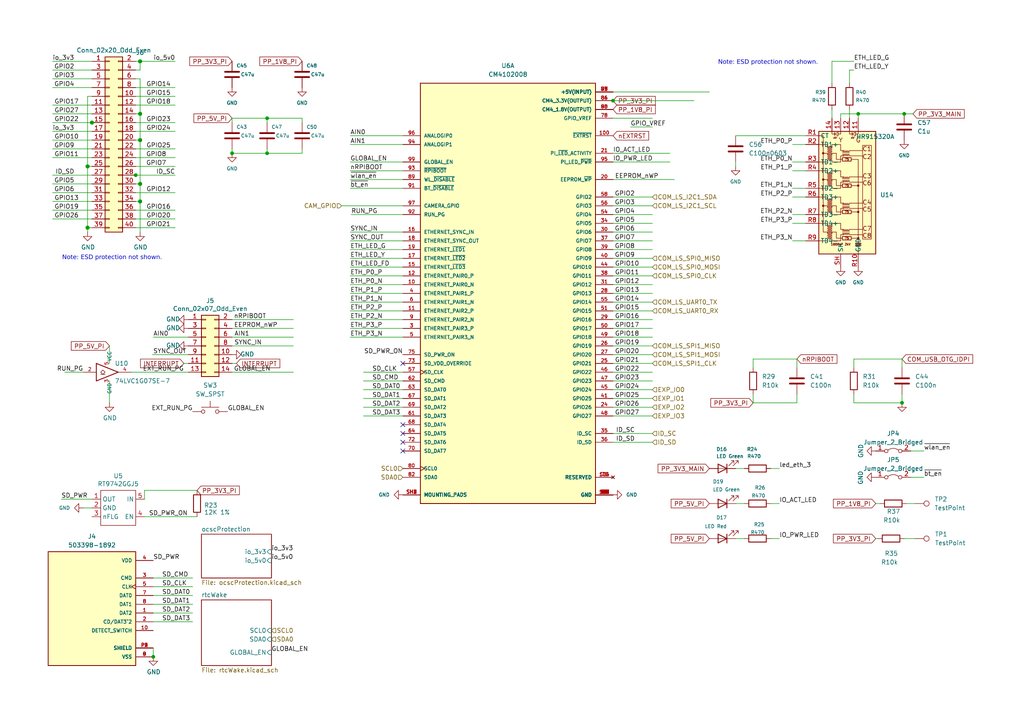
<source format=kicad_sch>
(kicad_sch (version 20231120) (generator "eeschema") (generator_version "8.0")
  (paper "A4")
  (title_block (title "CM4 LSI, Ethernet, Power") (date "2025-02-17") (rev "2.0") (comment 1 "Matthew Guo") (comment 2 "matthew@paisleymicro.com") (comment 3 "Matthew Guo") (comment 4 "matthew@paisleymicro.com") (comment 5 "Firefly-4") (comment 6 "PAISLEY-FC-4") (comment 7 "2025") (comment 8 "Firefly Automation Controller for RPi CM4"))
  (junction (at 39.37 50.8))
  (junction (at 26.67 35.56) (diameter 1.016))
  (junction (at 248.92 33.02))
  (junction (at 177.8 29.21))
  (junction (at 262.255 33.02))
  (junction (at 25.4 48.26) (diameter 1.016))
  (junction (at 77.47 44.45))
  (junction (at 77.47 34.29))
  (junction (at 44.45 190.5))
  (junction (at 40.64 33.02) (diameter 1.016))
  (junction (at 67.31 44.45))
  (junction (at 261.62 116.84))
  (junction (at 40.64 58.42) (diameter 1.016))
  (junction (at 40.64 53.34) (diameter 1.016))
  (junction (at 40.64 17.78) (diameter 1.016))
  (junction (at 25.4 66.04) (diameter 1.016))
  (junction (at 40.64 40.64) (diameter 1.016))
  (no_connect (at 116.84 128.27))
  (no_connect (at 116.84 123.19))
  (no_connect (at 116.84 125.73))
  (no_connect (at 116.84 105.41))
  (no_connect (at 116.84 130.81))
  (wire (pts (xy 77.47 44.45) (xy 77.47 43.18)))
  (wire (pts (xy 177.8 113.03) (xy 189.23 113.03)))
  (wire (pts (xy 77.47 34.29) (xy 77.47 35.56)))
  (wire (pts (xy 229.87 64.77) (xy 233.68 64.77)))
  (wire (pts (xy 15.24 22.86) (xy 26.67 22.86)))
  (wire (pts (xy 40.64 17.78) (xy 50.8 17.78)))
  (wire (pts (xy 39.37 58.42) (xy 40.64 58.42)))
  (wire (pts (xy 226.06 156.21) (xy 223.52 156.21)))
  (wire (pts (xy 101.6 69.85) (xy 116.84 69.85)))
  (wire (pts (xy 229.87 41.91) (xy 233.68 41.91)))
  (wire (pts (xy 105.41 110.49) (xy 116.84 110.49)))
  (wire (pts (xy 262.255 33.02) (xy 264.795 33.02)))
  (wire (pts (xy 15.24 33.02) (xy 26.67 33.02)))
  (wire (pts (xy 213.36 135.89) (xy 215.9 135.89)))
  (wire (pts (xy 29.21 35.56) (xy 26.67 35.56)))
  (wire (pts (xy 15.24 17.78) (xy 26.67 17.78)))
  (wire (pts (xy 55.88 170.18) (xy 44.45 170.18)))
  (wire (pts (xy 215.9 146.05) (xy 213.36 146.05)))
  (wire (pts (xy 99.06 59.69) (xy 116.84 59.69)))
  (wire (pts (xy 44.45 97.79) (xy 54.61 97.79)))
  (wire (pts (xy 255.27 146.05) (xy 254 146.05)))
  (wire (pts (xy 40.64 33.02) (xy 40.64 40.64)))
  (wire (pts (xy 25.4 66.04) (xy 25.4 67.31)))
  (wire (pts (xy 101.6 85.09) (xy 116.84 85.09)))
  (wire (pts (xy 25.4 27.94) (xy 25.4 48.26)))
  (wire (pts (xy 15.24 63.5) (xy 26.67 63.5)))
  (wire (pts (xy 39.37 63.5) (xy 50.8 63.5)))
  (wire (pts (xy 246.38 31.75) (xy 246.38 34.29)))
  (wire (pts (xy 177.8 125.73) (xy 189.23 125.73)))
  (wire (pts (xy 25.4 48.26) (xy 25.4 66.04)))
  (wire (pts (xy 177.8 120.65) (xy 189.23 120.65)))
  (wire (pts (xy 254 156.21) (xy 254.635 156.21)))
  (wire (pts (xy 116.84 107.95) (xy 105.41 107.95)))
  (wire (pts (xy 40.64 53.34) (xy 40.64 40.64)))
  (wire (pts (xy 15.24 60.96) (xy 26.67 60.96)))
  (wire (pts (xy 223.52 135.89) (xy 226.06 135.89)))
  (wire (pts (xy 39.37 50.8) (xy 50.8 50.8)))
  (wire (pts (xy 67.31 95.25) (xy 85.09 95.25)))
  (wire (pts (xy 177.8 29.21) (xy 201.295 29.21)))
  (wire (pts (xy 67.31 100.33) (xy 85.09 100.33)))
  (wire (pts (xy 177.8 90.17) (xy 189.23 90.17)))
  (wire (pts (xy 177.165 29.21) (xy 177.8 29.21)))
  (wire (pts (xy 229.87 49.53) (xy 233.68 49.53)))
  (wire (pts (xy 101.6 46.99) (xy 116.84 46.99)))
  (wire (pts (xy 39.37 38.1) (xy 50.8 38.1)))
  (wire (pts (xy 247.65 17.78) (xy 241.3 17.78)))
  (wire (pts (xy 15.24 50.8) (xy 26.67 50.8)))
  (wire (pts (xy 218.44 104.14) (xy 218.44 106.68)))
  (wire (pts (xy 267.97 138.43) (xy 264.16 138.43)))
  (wire (pts (xy 177.8 74.93) (xy 189.23 74.93)))
  (wire (pts (xy 15.24 53.34) (xy 26.67 53.34)))
  (wire (pts (xy 177.8 118.11) (xy 189.23 118.11)))
  (wire (pts (xy 15.24 38.1) (xy 26.67 38.1)))
  (wire (pts (xy 177.8 34.29) (xy 189.23 34.29)))
  (wire (pts (xy 177.8 105.41) (xy 189.23 105.41)))
  (wire (pts (xy 15.24 55.88) (xy 26.67 55.88)))
  (wire (pts (xy 44.196 102.87) (xy 54.61 102.87)))
  (wire (pts (xy 248.92 33.02) (xy 262.255 33.02)))
  (wire (pts (xy 15.24 25.4) (xy 26.67 25.4)))
  (wire (pts (xy 101.854 62.23) (xy 116.84 62.23)))
  (wire (pts (xy 39.37 22.86) (xy 40.64 22.86)))
  (wire (pts (xy 177.8 26.67) (xy 205.74 26.67)))
  (wire (pts (xy 231.14 104.14) (xy 218.44 104.14)))
  (wire (pts (xy 101.6 97.79) (xy 116.84 97.79)))
  (wire (pts (xy 15.24 43.18) (xy 26.67 43.18)))
  (wire (pts (xy 39.37 25.4) (xy 50.8 25.4)))
  (wire (pts (xy 229.87 57.15) (xy 233.68 57.15)))
  (wire (pts (xy 40.64 40.64) (xy 39.37 40.64)))
  (wire (pts (xy 101.6 72.39) (xy 116.84 72.39)))
  (wire (pts (xy 39.37 43.18) (xy 50.8 43.18)))
  (wire (pts (xy 39.37 35.56) (xy 50.8 35.56)))
  (wire (pts (xy 40.64 20.32) (xy 40.64 17.78)))
  (wire (pts (xy 105.41 118.11) (xy 116.84 118.11)))
  (wire (pts (xy 39.37 60.96) (xy 50.8 60.96)))
  (wire (pts (xy 67.31 107.95) (xy 85.09 107.95)))
  (wire (pts (xy 25.4 66.04) (xy 26.67 66.04)))
  (wire (pts (xy 177.8 100.33) (xy 189.23 100.33)))
  (wire (pts (xy 101.6 41.91) (xy 116.84 41.91)))
  (wire (pts (xy 177.8 128.27) (xy 189.23 128.27)))
  (wire (pts (xy 177.8 97.79) (xy 189.23 97.79)))
  (wire (pts (xy 177.8 62.23) (xy 189.23 62.23)))
  (wire (pts (xy 241.3 31.75) (xy 241.3 34.29)))
  (wire (pts (xy 53.34 105.41) (xy 54.61 105.41)))
  (wire (pts (xy 177.8 69.85) (xy 189.23 69.85)))
  (wire (pts (xy 231.14 114.3) (xy 231.14 116.84)))
  (wire (pts (xy 41.91 142.24) (xy 57.15 142.24)))
  (wire (pts (xy 26.67 27.94) (xy 25.4 27.94)))
  (wire (pts (xy 67.31 44.45) (xy 77.47 44.45)))
  (wire (pts (xy 261.62 114.3) (xy 261.62 116.84)))
  (wire (pts (xy 67.31 92.71) (xy 85.09 92.71)))
  (wire (pts (xy 248.92 33.02) (xy 248.92 34.29)))
  (wire (pts (xy 40.64 58.42) (xy 40.64 67.31)))
  (wire (pts (xy 39.37 48.26) (xy 50.8 48.26)))
  (wire (pts (xy 38.1 107.95) (xy 54.61 107.95)))
  (wire (pts (xy 177.8 52.07) (xy 195.58 52.07)))
  (wire (pts (xy 231.14 116.84) (xy 218.44 116.84)))
  (wire (pts (xy 101.6 67.31) (xy 116.84 67.31)))
  (wire (pts (xy 177.8 67.31) (xy 189.23 67.31)))
  (wire (pts (xy 229.87 62.23) (xy 233.68 62.23)))
  (wire (pts (xy 39.37 66.04) (xy 50.8 66.04)))
  (wire (pts (xy 67.31 97.79) (xy 85.09 97.79)))
  (wire (pts (xy 247.65 104.14) (xy 261.62 104.14)))
  (wire (pts (xy 18.796 107.95) (xy 24.13 107.95)))
  (wire (pts (xy 101.6 87.63) (xy 116.84 87.63)))
  (wire (pts (xy 243.84 33.02) (xy 248.92 33.02)))
  (wire (pts (xy 101.6 39.37) (xy 116.84 39.37)))
  (wire (pts (xy 177.8 85.09) (xy 189.23 85.09)))
  (wire (pts (xy 213.36 48.26) (xy 213.36 46.99)))
  (wire (pts (xy 15.24 35.56) (xy 26.67 35.56)))
  (wire (pts (xy 26.67 144.78) (xy 17.78 144.78)))
  (wire (pts (xy 39.37 27.94) (xy 50.8 27.94)))
  (wire (pts (xy 77.47 44.45) (xy 87.63 44.45)))
  (wire (pts (xy 226.06 146.05) (xy 223.52 146.05)))
  (wire (pts (xy 177.8 92.71) (xy 189.23 92.71)))
  (wire (pts (xy 262.255 156.21) (xy 265.43 156.21)))
  (wire (pts (xy 87.63 44.45) (xy 87.63 43.18)))
  (wire (pts (xy 44.45 167.64) (xy 55.88 167.64)))
  (wire (pts (xy 67.31 105.41) (xy 68.58 105.41)))
  (wire (pts (xy 116.84 115.57) (xy 105.41 115.57)))
  (wire (pts (xy 218.44 114.3) (xy 218.44 116.84)))
  (wire (pts (xy 247.65 116.84) (xy 261.62 116.84)))
  (wire (pts (xy 44.45 177.8) (xy 55.88 177.8)))
  (wire (pts (xy 39.37 30.48) (xy 50.8 30.48)))
  (wire (pts (xy 267.97 130.81) (xy 264.16 130.81)))
  (wire (pts (xy 105.41 113.03) (xy 116.84 113.03)))
  (wire (pts (xy 229.87 46.99) (xy 233.68 46.99)))
  (wire (pts (xy 55.88 175.26) (xy 44.45 175.26)))
  (wire (pts (xy 77.47 34.29) (xy 87.63 34.29)))
  (wire (pts (xy 31.75 110.49) (xy 31.75 116.84)))
  (wire (pts (xy 39.37 53.34) (xy 40.64 53.34)))
  (wire (pts (xy 101.6 49.53) (xy 116.84 49.53)))
  (wire (pts (xy 247.65 104.14) (xy 247.65 106.68)))
  (wire (pts (xy 182.88 36.83) (xy 189.23 36.83)))
  (wire (pts (xy 15.24 30.48) (xy 26.67 30.48)))
  (wire (pts (xy 177.8 59.69) (xy 189.23 59.69)))
  (wire (pts (xy 177.8 57.15) (xy 189.23 57.15)))
  (wire (pts (xy 241.3 17.78) (xy 241.3 24.13)))
  (wire (pts (xy 177.8 77.47) (xy 189.23 77.47)))
  (wire (pts (xy 36.83 50.8) (xy 39.37 50.8)))
  (wire (pts (xy 177.8 87.63) (xy 189.23 87.63)))
  (wire (pts (xy 39.37 45.72) (xy 50.8 45.72)))
  (wire (pts (xy 213.36 39.37) (xy 233.68 39.37)))
  (wire (pts (xy 177.8 95.25) (xy 189.23 95.25)))
  (wire (pts (xy 177.8 110.49) (xy 189.23 110.49)))
  (wire (pts (xy 15.24 58.42) (xy 26.67 58.42)))
  (wire (pts (xy 243.84 34.29) (xy 243.84 33.02)))
  (wire (pts (xy 101.6 80.01) (xy 116.84 80.01)))
  (wire (pts (xy 55.88 180.34) (xy 44.45 180.34)))
  (wire (pts (xy 15.24 40.64) (xy 26.67 40.64)))
  (wire (pts (xy 177.8 44.45) (xy 194.31 44.45)))
  (wire (pts (xy 177.8 46.99) (xy 194.31 46.99)))
  (wire (pts (xy 101.6 92.71) (xy 116.84 92.71)))
  (wire (pts (xy 177.8 80.01) (xy 189.23 80.01)))
  (wire (pts (xy 261.62 104.14) (xy 261.62 106.68)))
  (wire (pts (xy 67.31 43.18) (xy 67.31 44.45)))
  (wire (pts (xy 39.37 17.78) (xy 40.64 17.78)))
  (wire (pts (xy 116.84 120.65) (xy 105.41 120.65)))
  (wire (pts (xy 44.45 187.96) (xy 44.45 190.5)))
  (wire (pts (xy 25.4 48.26) (xy 26.67 48.26)))
  (wire (pts (xy 67.31 34.29) (xy 67.31 35.56)))
  (wire (pts (xy 229.87 69.85) (xy 233.68 69.85)))
  (wire (pts (xy 39.37 55.88) (xy 50.8 55.88)))
  (wire (pts (xy 229.87 54.61) (xy 233.68 54.61)))
  (wire (pts (xy 177.8 107.95) (xy 189.23 107.95)))
  (wire (pts (xy 67.31 34.29) (xy 77.47 34.29)))
  (wire (pts (xy 24.13 147.32) (xy 26.67 147.32)))
  (wire (pts (xy 31.75 100.33) (xy 31.75 105.41)))
  (wire (pts (xy 40.64 58.42) (xy 40.64 53.34)))
  (wire (pts (xy 39.37 20.32) (xy 40.64 20.32)))
  (wire (pts (xy 87.63 34.29) (xy 87.63 35.56)))
  (wire (pts (xy 177.8 72.39) (xy 189.23 72.39)))
  (wire (pts (xy 40.64 22.86) (xy 40.64 33.02)))
  (wire (pts (xy 101.6 95.25) (xy 116.84 95.25)))
  (wire (pts (xy 41.91 142.24) (xy 41.91 144.78)))
  (wire (pts (xy 215.9 156.21) (xy 213.36 156.21)))
  (wire (pts (xy 177.8 64.77) (xy 189.23 64.77)))
  (wire (pts (xy 177.8 115.57) (xy 189.23 115.57)))
  (wire (pts (xy 101.6 82.55) (xy 116.84 82.55)))
  (wire (pts (xy 41.91 149.86) (xy 57.15 149.86)))
  (wire (pts (xy 246.38 20.32) (xy 246.38 24.13)))
  (wire (pts (xy 15.24 45.72) (xy 26.67 45.72)))
  (wire (pts (xy 101.6 74.93) (xy 116.84 74.93)))
  (wire (pts (xy 177.8 82.55) (xy 189.23 82.55)))
  (wire (pts (xy 101.6 52.07) (xy 116.84 52.07)))
  (wire (pts (xy 231.14 104.14) (xy 231.14 106.68)))
  (wire (pts (xy 247.65 114.3) (xy 247.65 116.84)))
  (wire (pts (xy 265.43 146.05) (xy 262.89 146.05)))
  (wire (pts (xy 44.45 172.72) (xy 55.88 172.72)))
  (wire (pts (xy 15.24 20.32) (xy 26.67 20.32)))
  (wire (pts (xy 101.6 54.61) (xy 116.84 54.61)))
  (wire (pts (xy 177.8 102.87) (xy 189.23 102.87)))
  (wire (pts (xy 101.6 90.17) (xy 116.84 90.17)))
  (wire (pts (xy 40.64 33.02) (xy 39.37 33.02)))
  (wire (pts (xy 101.6 77.47) (xy 116.84 77.47)))
  (wire (pts (xy 247.65 20.32) (xy 246.38 20.32)))
  (text "Note: ESD protection not shown." (at 222.758 18.542 0) (effects (font (size 1.27 1.27))))
  (text "Note: ESD protection not shown." (at 32.512 75.184 0) (effects (font (size 1.27 1.27))))
  (label "GPIO18" (at 185.42 97.79 180))
  (label "GPIO6" (at 184.15 67.31 180))
  (label "ETH_LED_Y" (at 101.6 74.93 0))
  (label "AIN1" (at 72.39 97.79 180))
  (label "GPIO17" (at 185.42 95.25 180))
  (label "SD_DAT3" (at 46.99 180.34 0))
  (label "IO_ACT_LED" (at 177.8 44.45 0))
  (label "GPIO21" (at 49.53 66.04 180))
  (label "GPIO26" (at 185.42 118.11 180))
  (label "AIN0" (at 101.6 39.37 0))
  (label "GPIO8" (at 184.15 72.39 180))
  (label "GPIO14" (at 49.53 25.4 180))
  (label "GPIO5" (at 21.59 53.34 180))
  (label "ETH_P0_P" (at 229.87 41.91 180))
  (label "GPIO25" (at 49.53 43.18 180))
  (label "EXT_RUN_PG" (at 53.34 107.95 180))
  (label "AIN0" (at 44.45 97.79 0))
  (label "SYNC_OUT" (at 101.6 69.85 0))
  (label "IO_ACT_LED" (at 226.06 146.05 0))
  (label "SD_CLK" (at 46.99 170.18 0))
  (label "~{bt_en}" (at 267.97 138.43 0))
  (label "GPIO19" (at 185.42 100.33 180))
  (label "ETH_LED_FD" (at 101.6 77.47 0))
  (label "ETH_P3_P" (at 229.87 64.77 180))
  (label "SYNC_IN" (at 101.6 67.31 0))
  (label "SD_DAT3" (at 107.95 120.65 0))
  (label "AIN1" (at 101.6 41.91 0))
  (label "ETH_LED_G" (at 247.65 17.78 0))
  (label "ETH_P3_P" (at 101.6 95.25 0))
  (label "GPIO4" (at 184.15 62.23 180))
  (label "GPIO3" (at 21.59 22.86 180))
  (label "SD_DAT1" (at 107.95 115.57 0))
  (label "GPIO13" (at 22.86 58.42 180))
  (label "ETH_P2_P" (at 101.6 90.17 0))
  (label "GPIO12" (at 49.53 55.88 180))
  (label "SD_PWR_ON" (at 43.18 149.86 0))
  (label "SD_DAT0" (at 107.95 113.03 0))
  (label "GPIO26" (at 22.86 63.5 180))
  (label "ETH_P2_P" (at 229.87 57.15 180))
  (label "EEPROM_nWP" (at 80.518 95.25 180))
  (label "io_5v0" (at 50.8 17.78 180))
  (label "GPIO3" (at 184.15 59.69 180))
  (label "IO_PWR_LED" (at 226.06 156.21 0))
  (label "io_3v3" (at 15.24 17.78 0))
  (label "nRPIBOOT" (at 77.216 92.71 180))
  (label "SD_CMD" (at 46.99 167.64 0))
  (label "nRPIBOOT" (at 101.6 49.53 0))
  (label "GPIO5" (at 184.15 64.77 180))
  (label "~{wlan_en}" (at 267.97 130.81 0))
  (label "GPIO2" (at 184.15 57.15 180))
  (label "SD_PWR" (at 44.45 162.56 0))
  (label "GLOBAL_EN" (at 101.6 46.99 0))
  (label "ETH_P3_N" (at 229.87 69.85 180))
  (label "ETH_P1_P" (at 229.87 49.53 180))
  (label "SYNC_OUT" (at 54.102 102.87 180))
  (label "IO_PWR_LED" (at 177.8 46.99 0))
  (label "GPIO22" (at 22.86 35.56 180))
  (label "GPIO12" (at 185.42 82.55 180))
  (label "ETH_LED_G" (at 101.6 72.39 0))
  (label "RUN_PG" (at 24.13 107.95 180))
  (label "GPIO13" (at 185.42 85.09 180))
  (label "GPIO9" (at 184.15 74.93 180))
  (label "GPIO2" (at 21.59 20.32 180))
  (label "ID_SC" (at 184.15 125.73 180))
  (label "io_5v0" (at 78.74 162.56 0))
  (label "GPIO15" (at 185.42 90.17 180))
  (label "GPIO17" (at 22.86 30.48 180))
  (label "SD_DAT0" (at 46.99 172.72 0))
  (label "ID_SC" (at 50.8 50.8 180))
  (label "GPIO_VREF" (at 182.88 36.83 0))
  (label "RUN_PG" (at 101.854 62.23 0))
  (label "GPIO7" (at 184.15 69.85 180))
  (label "SD_PWR_ON" (at 116.84 102.87 180))
  (label "GPIO7" (at 48.26 48.26 180))
  (label "GPIO15" (at 49.53 27.94 180))
  (label "GLOBAL_EN" (at 78.486 107.95 180))
  (label "ID_SD" (at 184.15 128.27 180))
  (label "GPIO4" (at 21.59 25.4 180))
  (label "GPIO27" (at 22.86 33.02 180))
  (label "GPIO8" (at 48.26 45.72 180))
  (label "ETH_P0_N" (at 229.87 46.99 180))
  (label "GPIO16" (at 185.42 92.71 180))
  (label "GPIO20" (at 49.53 63.5 180))
  (label "GLOBAL_EN" (at 66.04 119.38 0))
  (label "GLOBAL_EN" (at 78.74 189.23 0))
  (label "GPIO6" (at 21.59 55.88 180))
  (label "GPIO23" (at 185.42 110.49 180))
  (label "GPIO10" (at 22.86 40.64 180))
  (label "GPIO9" (at 21.59 43.18 180))
  (label "GPIO18" (at 49.53 30.48 180))
  (label "SD_DAT2" (at 46.99 177.8 0))
  (label "GPIO16" (at 49.53 60.96 180))
  (label "ETH_P1_N" (at 101.6 87.63 0))
  (label "ETH_P0_N" (at 101.6 82.55 0))
  (label "GPIO21" (at 185.42 105.41 180))
  (label "GPIO23" (at 49.53 35.56 180))
  (label "SD_DAT2" (at 107.95 118.11 0))
  (label "SD_CMD" (at 107.95 110.49 0))
  (label "GPIO22" (at 185.42 107.95 180))
  (label "io_3v3" (at 78.74 160.02 0))
  (label "ETH_P2_N" (at 229.87 62.23 180))
  (label "SD_DAT1" (at 46.99 175.26 0))
  (label "GPIO27" (at 185.42 120.65 180))
  (label "ETH_P0_P" (at 101.6 80.01 0))
  (label "GPIO20" (at 185.42 102.87 180))
  (label "ETH_P2_N" (at 101.6 92.71 0))
  (label "io_3v3" (at 15.24 38.1 0))
  (label "SD_CLK" (at 107.95 107.95 0))
  (label "GPIO14" (at 185.42 87.63 180))
  (label "GPIO11" (at 22.86 45.72 180))
  (label "~{bt_en}" (at 101.6 54.61 0))
  (label "ETH_P1_P" (at 101.6 85.09 0))
  (label "GPIO19" (at 22.86 60.96 180))
  (label "GPIO24" (at 49.53 38.1 180))
  (label "GPIO10" (at 185.42 77.47 180))
  (label "GPIO24" (at 185.42 113.03 180))
  (label "EXT_RUN_PG" (at 55.88 119.38 180))
  (label "ETH_P3_N" (at 101.6 97.79 0))
  (label "GPIO25" (at 185.42 115.57 180))
  (label "led_eth_3" (at 226.06 135.89 0))
  (label "GPIO11" (at 185.42 80.01 180))
  (label "ETH_LED_Y" (at 247.65 20.32 0))
  (label "~{wlan_en}" (at 101.6 52.07 0))
  (label "SYNC_IN" (at 75.946 100.33 180))
  (label "EEPROM_nWP" (at 191.008 52.07 180))
  (label "ETH_P1_N" (at 229.87 54.61 180))
  (label "ID_SD" (at 21.59 50.8 180))
  (label "SD_PWR" (at 17.78 144.78 0))
  (global_label "PP_5V_PI" (shape input) (at 205.74 146.05 180) (property "Intersheetrefs" "${INTERSHEET_REFS}" (effects (hide yes))))
  (global_label "PP_1V8_PI" (shape input) (at 177.8 31.75 0) (property "Intersheetrefs" "${INTERSHEET_REFS}" (effects (hide yes))))
  (global_label "PP_1V8_PI" (shape input) (at 87.63 17.78 180) (property "Intersheetrefs" "${INTERSHEET_REFS}" (effects (hide yes))))
  (global_label "PP_1V8_PI" (shape input) (at 254 146.05 180) (property "Intersheetrefs" "${INTERSHEET_REFS}" (effects (hide yes))))
  (global_label "INTERRUPT" (shape input) (at 68.58 105.41 0) (property "Intersheetrefs" "${INTERSHEET_REFS}" (effects (hide yes))))
  (global_label "PP_3V3_MAIN" (shape input) (at 264.795 33.02 0) (property "Intersheetrefs" "${INTERSHEET_REFS}" (effects (hide yes))))
  (global_label "PP_5V_PI" (shape input) (at 67.31 34.29 180) (property "Intersheetrefs" "${INTERSHEET_REFS}" (effects (hide yes))))
  (global_label "COM_USB_OTG_IDPI" (shape input) (at 261.62 104.14 0) (property "Intersheetrefs" "${INTERSHEET_REFS}" (effects (hide yes))))
  (global_label "PP_3V3_PI" (shape input) (at 57.15 142.24 0) (property "Intersheetrefs" "${INTERSHEET_REFS}" (effects (hide yes))))
  (global_label "PP_5V_PI" (shape input) (at 205.74 156.21 180) (property "Intersheetrefs" "${INTERSHEET_REFS}" (effects (hide yes))))
  (global_label "PP_3V3_PI" (shape input) (at 67.31 17.78 180) (property "Intersheetrefs" "${INTERSHEET_REFS}" (effects (hide yes))))
  (global_label "PP_5V_PI" (shape input) (at 31.75 100.33 180) (property "Intersheetrefs" "${INTERSHEET_REFS}" (effects (hide yes))))
  (global_label "nEXTRST" (shape input) (at 177.8 39.37 0) (property "Intersheetrefs" "${INTERSHEET_REFS}" (effects (hide yes))))
  (global_label "PP_3V3_MAIN" (shape input) (at 205.74 135.89 180) (property "Intersheetrefs" "${INTERSHEET_REFS}" (effects (hide yes))))
  (global_label "nRPIBOOT" (shape input) (at 231.14 104.14 0) (property "Intersheetrefs" "${INTERSHEET_REFS}" (effects (hide yes))))
  (global_label "PP_3V3_PI" (shape input) (at 254 156.21 180) (property "Intersheetrefs" "${INTERSHEET_REFS}" (effects (hide yes))))
  (global_label "PP_3V3_PI" (shape input) (at 218.44 116.84 180) (property "Intersheetrefs" "${INTERSHEET_REFS}" (effects (hide yes))))
  (global_label "INTERRUPT" (shape input) (at 53.34 105.41 180) (property "Intersheetrefs" "${INTERSHEET_REFS}" (effects (hide yes))))
  (global_label "PP_3V3_PI" (shape input) (at 177.8 29.21 0) (property "Intersheetrefs" "${INTERSHEET_REFS}" (effects (hide yes))))
  (hierarchical_label "COM_LS_SPI1_MOSI" (shape input) (at 189.23 102.87 0))
  (hierarchical_label "EXP_IO2" (shape input) (at 189.23 118.11 0))
  (hierarchical_label "ID_SC" (shape input) (at 189.23 125.73 0))
  (hierarchical_label "CAM_GPIO" (shape input) (at 99.06 59.69 180))
  (hierarchical_label "COM_LS_I2C1_SDA" (shape input) (at 189.23 57.15 0))
  (hierarchical_label "SCL0" (shape input) (at 78.74 182.88 0))
  (hierarchical_label "COM_LS_SPI0_CLK" (shape input) (at 189.23 80.01 0))
  (hierarchical_label "SDA0" (shape input) (at 116.84 138.43 180))
  (hierarchical_label "COM_LS_SPI0_MOSI" (shape input) (at 189.23 77.47 0))
  (hierarchical_label "EXP_IO3" (shape input) (at 189.23 120.65 0))
  (hierarchical_label "COM_LS_UART0_RX" (shape input) (at 189.23 90.17 0))
  (hierarchical_label "COM_LS_SPI1_CLK" (shape input) (at 189.23 105.41 0))
  (hierarchical_label "ID_SD" (shape input) (at 189.23 128.27 0))
  (hierarchical_label "EXP_IO0" (shape input) (at 189.23 113.03 0))
  (hierarchical_label "SCL0" (shape input) (at 116.84 135.89 180))
  (hierarchical_label "COM_LS_I2C1_SCL" (shape input) (at 189.23 59.69 0))
  (hierarchical_label "COM_LS_SPI1_MISO" (shape input) (at 189.23 100.33 0))
  (hierarchical_label "COM_LS_UART0_TX" (shape input) (at 189.23 87.63 0))
  (hierarchical_label "COM_LS_SPI0_MISO" (shape input) (at 189.23 74.93 0))
  (hierarchical_label "EXP_IO1" (shape input) (at 189.23 115.57 0))
  (hierarchical_label "SDA0" (shape input) (at 78.74 185.42 0))
  (symbol (lib_id "power:GND") (at 44.45 190.5 0) (unit 1)
    (property "Reference" "#PWR027" (effects (hide yes)))
    (property "Value" "GND" (at 44.577 194.8942 0))
  )
  (symbol (lib_id "CM4IO:74LVC1G07_copy") (at 31.75 107.95 0) (unit 1)
    (property "Reference" "U10" (at 33.274 105.41 0) (effects (justify left)))
    (property "Value" "74LVC1G07SE-7" (at 33.274 110.49 0) (effects (justify left)))
    (property "Footprint" "Package_TO_SOT_SMD:SOT-353_SC-70-5" (effects (hide yes)))
  )
  (symbol (lib_id "power:GND") (at 67.31 44.45 0) (unit 1)
    (property "Reference" "#PWR043" (effects (hide yes)))
    (property "Value" "GND" (at 67.31 48.8934 0) (effects (font (size 1 1))))
  )
  (symbol (lib_id "power:GND") (at 54.61 95.25 270) (mirror x) (unit 1)
    (property "Reference" "#PWR048" (effects (hide yes)))
    (property "Value" "GND" (at 50.2158 95.123 90))
  )
  (symbol (lib_id "Jumper:Jumper_2_Bridged") (at 259.08 138.43 0) (unit 1) (in_bom no)
    (property "Reference" "JP5" (at 259.08 133.35 0))
    (property "Value" "Jumper_2_Bridged" (at 259.08 135.89 0))
    (property "Footprint" "Jumper:SolderJumper-2_P1.3mm_Open_TrianglePad1.0x1.5mm" (effects (hide yes)))
  )
  (symbol (lib_id "Device:C") (at 67.31 39.37 0) (unit 1)
    (property "Reference" "C43" (at 68.58 36.83 0) (effects (font (size 1 1)) (justify left)))
    (property "Value" "C47u" (at 69.85 39.37 0) (effects (font (size 1 1)) (justify left)))
    (property "Footprint" "Capacitor_SMD:C_1206_3216Metric_Pad1.33x1.80mm_HandSolder" (effects (hide yes)))
  )
  (symbol (lib_id "aaafootprintlib:CM4102008") (at 147.32 85.09 0) (unit 1)
    (property "Reference" "U6" (at 147.32 19.05 0))
    (property "Value" "CM4102008" (at 147.32 21.59 0))
    (property "Footprint" "MODULE_CM4102008" (effects (hide yes)))
  )
  (symbol (lib_id "aaafootprintlib:503398-1892") (at 26.67 175.26 0) (unit 1)
    (property "Reference" "J4" (at 26.67 155.575 0))
    (property "Value" "503398-1892" (at 26.67 158.115 0))
    (property "Footprint" "MOLEX_503398-1892" (effects (hide yes)))
  )
  (symbol (lib_id "Device:R") (at 246.38 27.94 0) (unit 1)
    (property "Reference" "R40" (at 248.158 26.7716 0) (effects (font (size 1 1)) (justify left)))
    (property "Value" "R470" (at 248.158 29.083 0) (effects (font (size 1 1)) (justify left)))
    (property "Footprint" "Resistor_SMD:R_0402_1005Metric" (effects (hide yes)))
  )
  (symbol (lib_id "power:GND") (at 54.61 92.71 270) (mirror x) (unit 1)
    (property "Reference" "#PWR051" (effects (hide yes)))
    (property "Value" "GND" (at 50.2158 92.583 90))
  )
  (symbol (lib_id "Device:C") (at 67.31 21.59 0) (unit 1)
    (property "Reference" "C45" (at 68.58 19.05 0) (effects (font (size 1 1)) (justify left)))
    (property "Value" "C47u" (at 69.85 21.59 0) (effects (font (size 1 1)) (justify left)))
    (property "Footprint" "Capacitor_SMD:C_1206_3216Metric_Pad1.33x1.80mm_HandSolder" (effects (hide yes)))
  )
  (symbol (lib_id "Device:C") (at 213.36 43.18 0) (unit 1)
    (property "Reference" "C56" (at 217.17 41.91 0) (effects (justify left)))
    (property "Value" "C100n0603" (at 217.17 44.45 0) (effects (justify left)))
    (property "Footprint" "Capacitor_SMD:C_0603_1608Metric" (effects (hide yes)))
  )
  (symbol (lib_id "Device:R") (at 247.65 110.49 0) (unit 1)
    (property "Reference" "R31" (at 250.19 109.22 0) (effects (justify left)))
    (property "Value" "R10k" (at 250.19 111.76 0) (effects (justify left)))
    (property "Footprint" "Resistor_SMD:R_0402_1005Metric" (effects (hide yes)))
  )
  (symbol (lib_id "power:GND") (at 254 138.43 270) (unit 1)
    (property "Reference" "#PWR029" (effects (hide yes)))
    (property "Value" "GND" (at 249.6058 138.557 0))
  )
  (symbol (lib_id "power:GND") (at 262.255 40.64 0) (unit 1)
    (property "Reference" "#PWR060" (effects (hide yes)))
    (property "Value" "GND" (at 262.255 45.0834 0) (effects (font (size 1 1))))
  )
  (symbol (lib_id "Device:R") (at 219.71 135.89 90) (unit 1)
    (property "Reference" "R24" (at 219.71 130.302 90) (effects (font (size 1 1)) (justify left)))
    (property "Value" "R470" (at 220.726 132.334 90) (effects (font (size 1 1)) (justify left)))
    (property "Footprint" "Resistor_SMD:R_0402_1005Metric" (effects (hide yes)))
  )
  (symbol (lib_id "Device:R") (at 218.44 110.49 0) (unit 1)
    (property "Reference" "R29" (at 220.98 109.22 0) (effects (justify left)))
    (property "Value" "R10k" (at 220.98 111.76 0) (effects (justify left)))
    (property "Footprint" "Resistor_SMD:R_0402_1005Metric" (effects (hide yes)))
  )
  (symbol (lib_id "Device:C") (at 87.63 21.59 0) (unit 1)
    (property "Reference" "C48" (at 88.9 19.05 0) (effects (font (size 1 1)) (justify left)))
    (property "Value" "C47u" (at 90.17 21.59 0) (effects (font (size 1 1)) (justify left)))
    (property "Footprint" "Capacitor_SMD:C_1206_3216Metric_Pad1.33x1.80mm_HandSolder" (effects (hide yes)))
  )
  (symbol (lib_id "power:GND") (at 177.8 143.51 90) (unit 1)
    (property "Reference" "#PWR037" (effects (hide yes)))
    (property "Value" "GND" (at 181.61 143.51 90) (effects (font (size 1 1)) (justify right)))
  )
  (symbol (lib_id "Device:C") (at 261.62 110.49 0) (unit 1)
    (property "Reference" "C44" (at 265.43 109.22 0) (effects (justify left)))
    (property "Value" "C100n" (at 265.43 111.76 0) (effects (justify left)))
    (property "Footprint" "Capacitor_SMD:C_0402_1005Metric" (effects (hide yes)))
  )
  (symbol (lib_id "power:GND") (at 24.13 147.32 270) (unit 1)
    (property "Reference" "#PWR055" (effects (hide yes)))
    (property "Value" "GND" (at 20.32 147.32 90) (effects (font (size 1 1)) (justify right)))
  )
  (symbol (lib_id "power:GND") (at 25.4 67.31 0) (unit 1)
    (property "Reference" "#PWR049" (effects (hide yes)))
    (property "Value" "GND" (at 25.527 71.7042 0))
  )
  (symbol (lib_id "Device:R") (at 57.15 146.05 0) (unit 1)
    (property "Reference" "R23" (at 59.182 146.558 0) (effects (justify left)))
    (property "Value" "12K 1%" (at 59.182 148.59 0) (effects (justify left)))
    (property "Footprint" "Resistor_SMD:R_0402_1005Metric" (effects (hide yes)))
  )
  (symbol (lib_id "Connector_Generic:Conn_02x07_Odd_Even") (at 59.69 100.33 0) (unit 1)
    (property "Reference" "J5" (at 60.96 87.2236 0))
    (property "Value" "Conn_02x07_Odd_Even" (at 60.96 89.535 0))
    (property "Footprint" "Connector_PinHeader_2.54mm:PinHeader_2x07_P2.54mm_Vertical_SMD" (effects (hide yes)))
  )
  (symbol (lib_id "power:GND") (at 67.31 102.87 90) (unit 1)
    (property "Reference" "#PWR052" (effects (hide yes)))
    (property "Value" "GND" (at 71.7042 102.743 90))
  )
  (symbol (lib_id "power:GND") (at 87.63 25.4 0) (unit 1)
    (property "Reference" "#PWR044" (effects (hide yes)))
    (property "Value" "GND" (at 87.63 29.8434 0) (effects (font (size 1 1))))
  )
  (symbol (lib_id "CM4IO:RT9742GGJ5") (at 35.56 154.94 0) (unit 1)
    (property "Reference" "U5" (at 34.29 138.049 0))
    (property "Value" "RT9742GGJ5" (at 34.29 140.3604 0))
    (property "Footprint" "Package_TO_SOT_SMD:SOT-23-5" (effects (hide yes)))
  )
  (symbol (lib_id "Connector_Generic:Conn_02x20_Odd_Even") (at 31.75 40.64 0) (unit 1)
    (property "Reference" "J6" (at 40.64 15.24 0))
    (property "Value" "Conn_02x20_Odd_Even" (at 33.02 14.5796 0))
    (property "Footprint" "Connector_PinHeader_2.54mm:PinHeader_2x20_P2.54mm_Vertical_SMD" (effects (hide yes)))
  )
  (symbol (lib_id "Device:R") (at 259.08 146.05 90) (mirror x) (unit 1)
    (property "Reference" "R37" (at 261.112 148.336 90) (effects (justify left)))
    (property "Value" "R10k" (at 261.112 150.876 90) (effects (justify left)))
    (property "Footprint" "Resistor_SMD:R_0402_1005Metric" (effects (hide yes)))
  )
  (symbol (lib_id "power:GND") (at 243.84 77.47 0) (unit 1)
    (property "Reference" "#PWR058" (effects (hide yes)))
    (property "Value" "GND" (at 243.84 81.9134 0) (effects (font (size 1 1))))
  )
  (symbol (lib_id "power:GND") (at 254 130.81 270) (unit 1)
    (property "Reference" "#PWR028" (effects (hide yes)))
    (property "Value" "GND" (at 249.682 130.81 0))
  )
  (symbol (lib_id "power:GND") (at 248.92 77.47 0) (unit 1)
    (property "Reference" "#PWR059" (effects (hide yes)))
    (property "Value" "GND" (at 248.92 81.9134 0) (effects (font (size 1 1))))
  )
  (symbol (lib_id "Device:R") (at 241.3 27.94 0) (mirror y) (unit 1)
    (property "Reference" "R39" (at 239.522 26.7716 0) (effects (font (size 1 1)) (justify left)))
    (property "Value" "R470" (at 239.522 29.083 0) (effects (font (size 1 1)) (justify left)))
    (property "Footprint" "Resistor_SMD:R_0402_1005Metric" (effects (hide yes)))
  )
  (symbol (lib_id "Connector:TestPoint") (at 265.43 146.05 270) (mirror x) (unit 1)
    (property "Reference" "TP2" (at 272.923 144.78 90))
    (property "Value" "TestPoint" (at 275.463 147.32 90))
    (property "Footprint" "TestPoint:TestPoint_Pad_D1.0mm" (effects (hide yes)))
  )
  (symbol (lib_id "power:GND") (at 116.84 143.51 270) (unit 1)
    (property "Reference" "#PWR030" (effects (hide yes)))
    (property "Value" "GND" (at 113.03 143.51 90) (effects (font (size 1 1)) (justify right)))
  )
  (symbol (lib_id "Device:C") (at 231.14 110.49 0) (unit 1)
    (property "Reference" "C41" (at 234.95 109.22 0) (effects (justify left)))
    (property "Value" "C100n" (at 234.95 111.76 0) (effects (justify left)))
    (property "Footprint" "Capacitor_SMD:C_0402_1005Metric" (effects (hide yes)))
  )
  (symbol (lib_id "Device:R") (at 219.71 156.21 90) (unit 1)
    (property "Reference" "R25" (at 221.742 152.1206 90) (effects (font (size 1 1)) (justify left)))
    (property "Value" "R470" (at 221.742 154.432 90) (effects (font (size 1 1)) (justify left)))
    (property "Footprint" "Resistor_SMD:R_0402_1005Metric" (effects (hide yes)))
  )
  (symbol (lib_id "Device:R") (at 258.445 156.21 90) (mirror x) (unit 1)
    (property "Reference" "R35" (at 260.477 160.528 90) (effects (justify left)))
    (property "Value" "R10k" (at 260.477 163.068 90) (effects (justify left)))
    (property "Footprint" "Resistor_SMD:R_0402_1005Metric" (effects (hide yes)))
  )
  (symbol (lib_id "Device:C") (at 77.47 39.37 0) (unit 1)
    (property "Reference" "C47" (at 78.74 36.83 0) (effects (font (size 1 1)) (justify left)))
    (property "Value" "C47u" (at 80.01 39.37 0) (effects (font (size 1 1)) (justify left)))
    (property "Footprint" "Capacitor_SMD:C_1206_3216Metric_Pad1.33x1.80mm_HandSolder" (effects (hide yes)))
  )
  (symbol (lib_id "power:GND") (at 67.31 25.4 0) (unit 1)
    (property "Reference" "#PWR040" (effects (hide yes)))
    (property "Value" "GND" (at 67.31 29.8434 0) (effects (font (size 1 1))))
  )
  (symbol (lib_id "power:GND") (at 261.62 116.84 0) (mirror y) (unit 1)
    (property "Reference" "#PWR039" (effects (hide yes)))
    (property "Value" "GND" (effects (hide yes)))
  )
  (symbol (lib_id "power:GND") (at 213.36 48.26 0) (unit 1)
    (property "Reference" "#PWR054" (effects (hide yes)))
    (property "Value" "GND" (at 213.36 52.7034 0) (effects (font (size 1 1))))
  )
  (symbol (lib_id "Device:LED") (at 209.55 146.05 180) (unit 1)
    (property "Reference" "D19" (at 206.756 139.6746 0) (effects (font (size 1 1)) (justify right)))
    (property "Value" "LED Green" (at 206.756 141.986 0) (effects (font (size 1 1)) (justify right)))
    (property "Footprint" "LED_SMD:LED_0603_1608Metric" (effects (hide yes)))
  )
  (symbol (lib_id "Connector:TestPoint") (at 265.43 156.21 270) (unit 1)
    (property "Reference" "TP1" (at 271.145 154.94 90) (effects (justify left)))
    (property "Value" "TestPoint" (at 271.145 157.48 90) (effects (justify left)))
    (property "Footprint" "TestPoint:TestPoint_Pad_D1.0mm" (effects (hide yes)))
  )
  (symbol (lib_id "power:GND") (at 54.61 100.33 270) (mirror x) (unit 1)
    (property "Reference" "#PWR047" (effects (hide yes)))
    (property "Value" "GND" (at 50.2158 100.203 90))
  )
  (symbol (lib_id "Jumper:Jumper_2_Bridged") (at 259.08 130.81 0) (unit 1) (in_bom no)
    (property "Reference" "JP4" (at 259.08 125.73 0))
    (property "Value" "Jumper_2_Bridged" (at 259.08 128.27 0))
    (property "Footprint" "Jumper:SolderJumper-2_P1.3mm_Open_TrianglePad1.0x1.5mm" (effects (hide yes)))
  )
  (symbol (lib_id "Switch:SW_Push") (at 60.96 119.38 0) (unit 1)
    (property "Reference" "SW3" (at 60.96 111.76 0))
    (property "Value" "SW_SPST" (at 60.96 114.3 0))
    (property "Footprint" "Button_Switch_SMD:SW_SPST_B3U-1000P" (effects (hide yes)))
  )
  (symbol (lib_id "Device:C") (at 87.63 39.37 0) (unit 1)
    (property "Reference" "C50" (at 88.9 36.83 0) (effects (font (size 1 1)) (justify left)))
    (property "Value" "C47u" (at 90.17 39.37 0) (effects (font (size 1 1)) (justify left)))
    (property "Footprint" "Capacitor_SMD:C_1206_3216Metric_Pad1.33x1.80mm_HandSolder" (effects (hide yes)))
  )
  (symbol (lib_id "sym_lib:HANRUN_HR915320A") (at 257.81 36.83 0) (mirror y) (unit 1)
    (property "Reference" "U14" (at 255.27 56.515 0) (effects (justify right)))
    (property "Value" "HR915320A" (at 253.873 39.624 0))
    (property "Footprint" "HanRun MagJack" (effects (hide yes)))
  )
  (symbol (lib_id "power:GND") (at 40.64 67.31 0) (unit 1)
    (property "Reference" "#PWR050" (effects (hide yes)))
    (property "Value" "GND" (at 40.767 71.7042 0))
  )
  (symbol (lib_id "power:GND") (at 31.75 116.84 0) (unit 1)
    (property "Reference" "#PWR046" (effects (hide yes)))
    (property "Value" "GND" (at 31.877 121.2342 0))
  )
  (symbol (lib_id "Device:LED") (at 209.55 135.89 180) (unit 1)
    (property "Reference" "D16" (at 207.772 130.302 0) (effects (font (size 1 1)) (justify right)))
    (property "Value" "LED Green" (at 207.772 132.334 0) (effects (font (size 1 1)) (justify right)))
    (property "Footprint" "LED_SMD:LED_0603_1608Metric" (effects (hide yes)))
  )
  (symbol (lib_id "Device:C") (at 262.255 36.83 0) (unit 1)
    (property "Reference" "C57" (at 266.065 35.56 0) (effects (justify left)))
    (property "Value" "C1u" (at 266.065 38.1 0) (effects (justify left)))
    (property "Footprint" "Capacitor_SMD:C_0402_1005Metric" (effects (hide yes)))
  )
  (symbol (lib_id "Device:LED") (at 209.55 156.21 180) (unit 1)
    (property "Reference" "D17" (at 210.82 150.114 0) (effects (font (size 1 1)) (justify left)))
    (property "Value" "LED Red" (at 210.82 152.654 0) (effects (font (size 1 1)) (justify left)))
    (property "Footprint" "LED_SMD:LED_0603_1608Metric" (effects (hide yes)))
  )
  (symbol (lib_id "Device:R") (at 219.71 146.05 90) (unit 1)
    (property "Reference" "R26" (at 221.996 141.4526 90) (effects (font (size 1 1)) (justify left)))
    (property "Value" "R470" (at 221.996 143.764 90) (effects (font (size 1 1)) (justify left)))
    (property "Footprint" "Resistor_SMD:R_0402_1005Metric" (effects (hide yes)))
  )
  (sheet (at 58.42 154.94) (size 20.32 12.7) (stroke (width 0.1524))
    (property "Sheetname" "ocscProtection" (at 58.42 154.2284 0) (effects (justify left bottom)))
    (property "Sheetfile" "ocscProtection.kicad_sch" (at 58.42 168.2246 0) (effects (justify left top)))
    (pin "io_3v3" input (at 78.74 160.02 0))
    (pin "io_5v0" input (at 78.74 162.56 0))
  )
  (sheet (at 58.42 173.99) (size 20.32 19.05) (stroke (width 0.1524))
    (property "Sheetname" "rtcWake" (at 58.42 173.2784 0) (effects (justify left bottom)))
    (property "Sheetfile" "rtcWake.kicad_sch" (at 58.42 193.6246 0) (effects (justify left top)))
    (pin "SCL0" input (at 78.74 182.88 0))
    (pin "SDA0" input (at 78.74 185.42 0))
    (pin "GLOBAL_EN" input (at 78.74 189.23 0))
  )
)
</source>
